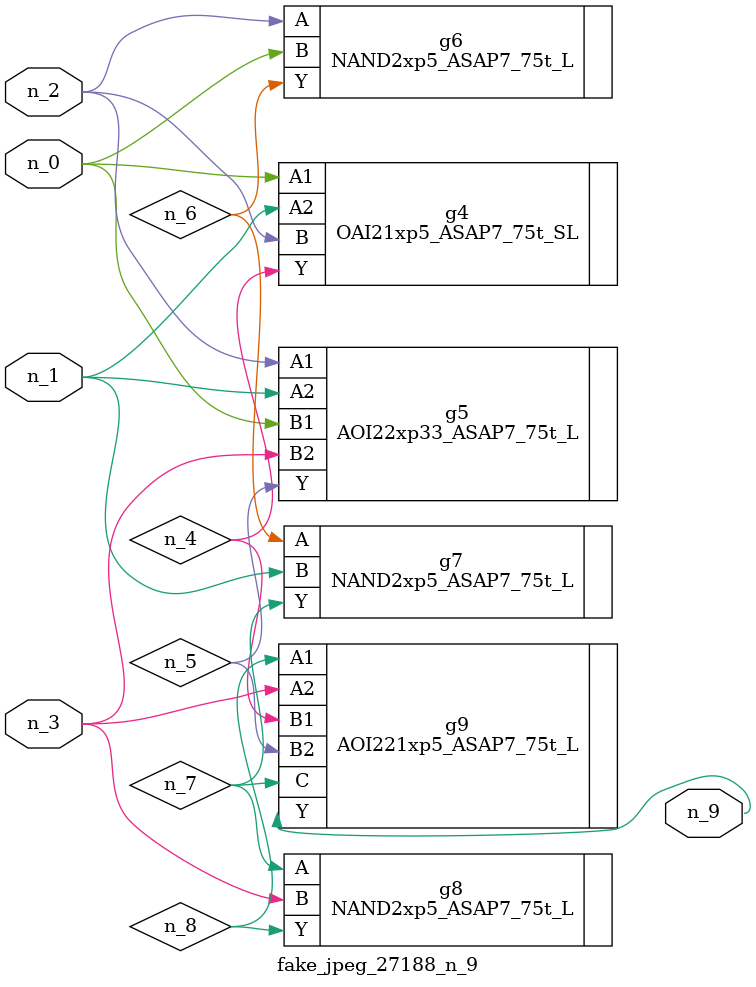
<source format=v>
module fake_jpeg_27188_n_9 (n_0, n_3, n_2, n_1, n_9);

input n_0;
input n_3;
input n_2;
input n_1;

output n_9;

wire n_4;
wire n_8;
wire n_6;
wire n_5;
wire n_7;

OAI21xp5_ASAP7_75t_SL g4 ( 
.A1(n_0),
.A2(n_1),
.B(n_2),
.Y(n_4)
);

AOI22xp33_ASAP7_75t_L g5 ( 
.A1(n_2),
.A2(n_1),
.B1(n_0),
.B2(n_3),
.Y(n_5)
);

NAND2xp5_ASAP7_75t_L g6 ( 
.A(n_2),
.B(n_0),
.Y(n_6)
);

NAND2xp5_ASAP7_75t_L g7 ( 
.A(n_6),
.B(n_1),
.Y(n_7)
);

NAND2xp5_ASAP7_75t_L g8 ( 
.A(n_7),
.B(n_3),
.Y(n_8)
);

AOI221xp5_ASAP7_75t_L g9 ( 
.A1(n_8),
.A2(n_3),
.B1(n_4),
.B2(n_5),
.C(n_7),
.Y(n_9)
);


endmodule
</source>
